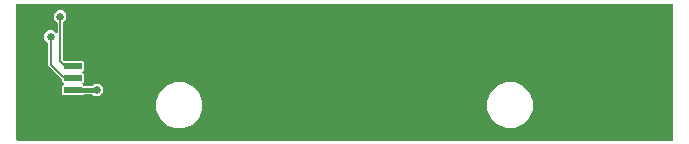
<source format=gbr>
G04 EAGLE Gerber RS-274X export*
G75*
%MOMM*%
%FSLAX34Y34*%
%LPD*%
%INBottom Copper*%
%IPPOS*%
%AMOC8*
5,1,8,0,0,1.08239X$1,22.5*%
G01*
%ADD10R,1.800000X1.200000*%
%ADD11R,1.550000X0.600000*%
%ADD12C,0.654800*%
%ADD13C,0.400000*%
%ADD14C,0.152400*%

G36*
X557258Y2004D02*
X557258Y2004D01*
X557277Y2002D01*
X557379Y2024D01*
X557481Y2040D01*
X557498Y2050D01*
X557518Y2054D01*
X557607Y2107D01*
X557698Y2156D01*
X557712Y2170D01*
X557729Y2180D01*
X557796Y2259D01*
X557868Y2334D01*
X557876Y2352D01*
X557889Y2367D01*
X557928Y2463D01*
X557971Y2557D01*
X557973Y2577D01*
X557981Y2595D01*
X557999Y2762D01*
X557999Y117238D01*
X557996Y117258D01*
X557998Y117277D01*
X557976Y117379D01*
X557960Y117481D01*
X557950Y117498D01*
X557946Y117518D01*
X557893Y117607D01*
X557844Y117698D01*
X557830Y117712D01*
X557820Y117729D01*
X557741Y117796D01*
X557666Y117868D01*
X557648Y117876D01*
X557633Y117889D01*
X557537Y117928D01*
X557443Y117971D01*
X557423Y117973D01*
X557405Y117981D01*
X557238Y117999D01*
X2762Y117999D01*
X2742Y117996D01*
X2723Y117998D01*
X2621Y117976D01*
X2519Y117960D01*
X2502Y117950D01*
X2482Y117946D01*
X2393Y117893D01*
X2302Y117844D01*
X2288Y117830D01*
X2271Y117820D01*
X2204Y117741D01*
X2132Y117666D01*
X2124Y117648D01*
X2111Y117633D01*
X2072Y117537D01*
X2029Y117443D01*
X2027Y117423D01*
X2019Y117405D01*
X2001Y117238D01*
X2001Y2762D01*
X2004Y2742D01*
X2002Y2723D01*
X2024Y2621D01*
X2040Y2519D01*
X2050Y2502D01*
X2054Y2482D01*
X2107Y2393D01*
X2156Y2302D01*
X2170Y2288D01*
X2180Y2271D01*
X2259Y2204D01*
X2334Y2132D01*
X2352Y2124D01*
X2367Y2111D01*
X2463Y2072D01*
X2557Y2029D01*
X2577Y2027D01*
X2595Y2019D01*
X2762Y2001D01*
X557238Y2001D01*
X557258Y2004D01*
G37*
%LPC*%
G36*
X136121Y12499D02*
X136121Y12499D01*
X128954Y15468D01*
X123468Y20954D01*
X120499Y28121D01*
X120499Y35879D01*
X123468Y43046D01*
X128954Y48532D01*
X136121Y51501D01*
X143879Y51501D01*
X151046Y48532D01*
X156532Y43046D01*
X159501Y35879D01*
X159501Y28121D01*
X156532Y20954D01*
X151046Y15468D01*
X143879Y12499D01*
X136121Y12499D01*
G37*
%LPD*%
%LPC*%
G36*
X67802Y39693D02*
X67802Y39693D01*
X65989Y41506D01*
X65915Y41559D01*
X65845Y41619D01*
X65815Y41631D01*
X65789Y41650D01*
X65702Y41677D01*
X65617Y41711D01*
X65576Y41715D01*
X65554Y41722D01*
X65522Y41721D01*
X65451Y41729D01*
X59592Y41729D01*
X59502Y41715D01*
X59411Y41707D01*
X59381Y41695D01*
X59349Y41690D01*
X59268Y41647D01*
X59184Y41611D01*
X59152Y41585D01*
X59132Y41574D01*
X59109Y41551D01*
X59053Y41506D01*
X58276Y40729D01*
X41724Y40729D01*
X40979Y41474D01*
X40979Y48526D01*
X41915Y49462D01*
X41926Y49478D01*
X41942Y49490D01*
X41998Y49578D01*
X42058Y49661D01*
X42064Y49680D01*
X42075Y49697D01*
X42100Y49798D01*
X42131Y49897D01*
X42130Y49916D01*
X42135Y49936D01*
X42127Y50039D01*
X42124Y50142D01*
X42117Y50161D01*
X42116Y50181D01*
X42075Y50276D01*
X42040Y50373D01*
X42027Y50389D01*
X42019Y50407D01*
X41915Y50538D01*
X40979Y51474D01*
X40979Y53207D01*
X40965Y53297D01*
X40957Y53388D01*
X40945Y53418D01*
X40940Y53450D01*
X40897Y53530D01*
X40861Y53614D01*
X40835Y53646D01*
X40824Y53667D01*
X40801Y53689D01*
X40756Y53745D01*
X28967Y65534D01*
X28967Y84213D01*
X28962Y84245D01*
X28963Y84255D01*
X28952Y84304D01*
X28945Y84394D01*
X28933Y84423D01*
X28928Y84455D01*
X28914Y84481D01*
X28911Y84496D01*
X28880Y84547D01*
X28849Y84620D01*
X28823Y84652D01*
X28812Y84673D01*
X28795Y84689D01*
X28785Y84707D01*
X28769Y84720D01*
X28744Y84751D01*
X25693Y87802D01*
X25693Y92198D01*
X28802Y95307D01*
X33198Y95307D01*
X35668Y92837D01*
X35726Y92795D01*
X35778Y92746D01*
X35825Y92724D01*
X35867Y92694D01*
X35936Y92672D01*
X36001Y92642D01*
X36053Y92637D01*
X36103Y92621D01*
X36174Y92623D01*
X36245Y92615D01*
X36296Y92626D01*
X36348Y92628D01*
X36416Y92652D01*
X36486Y92667D01*
X36531Y92694D01*
X36579Y92712D01*
X36635Y92757D01*
X36697Y92794D01*
X36731Y92833D01*
X36771Y92866D01*
X36810Y92926D01*
X36857Y92981D01*
X36876Y93029D01*
X36904Y93073D01*
X36922Y93142D01*
X36949Y93209D01*
X36957Y93280D01*
X36965Y93311D01*
X36963Y93334D01*
X36967Y93375D01*
X36967Y101213D01*
X36953Y101303D01*
X36945Y101394D01*
X36933Y101423D01*
X36928Y101455D01*
X36885Y101536D01*
X36849Y101620D01*
X36823Y101652D01*
X36812Y101673D01*
X36789Y101695D01*
X36744Y101751D01*
X33693Y104802D01*
X33693Y109198D01*
X36802Y112307D01*
X41198Y112307D01*
X44307Y109198D01*
X44307Y104802D01*
X41256Y101751D01*
X41203Y101677D01*
X41143Y101607D01*
X41131Y101577D01*
X41112Y101551D01*
X41085Y101464D01*
X41051Y101379D01*
X41047Y101338D01*
X41040Y101316D01*
X41041Y101284D01*
X41033Y101213D01*
X41033Y70534D01*
X41047Y70444D01*
X41055Y70353D01*
X41067Y70323D01*
X41072Y70291D01*
X41115Y70210D01*
X41151Y70126D01*
X41177Y70094D01*
X41188Y70074D01*
X41211Y70051D01*
X41228Y70030D01*
X41233Y70022D01*
X41237Y70018D01*
X41256Y69995D01*
X41757Y69494D01*
X41831Y69441D01*
X41901Y69381D01*
X41931Y69369D01*
X41957Y69350D01*
X42044Y69323D01*
X42129Y69289D01*
X42170Y69285D01*
X42192Y69278D01*
X42224Y69279D01*
X42296Y69271D01*
X58276Y69271D01*
X59021Y68526D01*
X59021Y61474D01*
X58085Y60538D01*
X58074Y60522D01*
X58058Y60510D01*
X58002Y60422D01*
X57942Y60339D01*
X57936Y60320D01*
X57925Y60303D01*
X57900Y60202D01*
X57869Y60103D01*
X57870Y60084D01*
X57865Y60064D01*
X57873Y59961D01*
X57876Y59858D01*
X57883Y59839D01*
X57884Y59819D01*
X57925Y59724D01*
X57960Y59627D01*
X57973Y59611D01*
X57981Y59593D01*
X58085Y59462D01*
X59021Y58526D01*
X59021Y51474D01*
X58085Y50538D01*
X58074Y50522D01*
X58058Y50510D01*
X58002Y50422D01*
X57942Y50339D01*
X57936Y50320D01*
X57925Y50303D01*
X57900Y50202D01*
X57869Y50103D01*
X57870Y50084D01*
X57865Y50064D01*
X57873Y49961D01*
X57876Y49858D01*
X57883Y49839D01*
X57884Y49819D01*
X57925Y49724D01*
X57960Y49627D01*
X57973Y49611D01*
X57981Y49593D01*
X58085Y49462D01*
X59053Y48494D01*
X59127Y48441D01*
X59197Y48381D01*
X59227Y48369D01*
X59253Y48350D01*
X59340Y48323D01*
X59425Y48289D01*
X59466Y48285D01*
X59488Y48278D01*
X59520Y48279D01*
X59592Y48271D01*
X65451Y48271D01*
X65541Y48285D01*
X65632Y48293D01*
X65661Y48305D01*
X65693Y48310D01*
X65774Y48353D01*
X65858Y48389D01*
X65890Y48415D01*
X65911Y48426D01*
X65933Y48449D01*
X65989Y48494D01*
X67802Y50307D01*
X72198Y50307D01*
X75307Y47198D01*
X75307Y42802D01*
X72198Y39693D01*
X67802Y39693D01*
G37*
%LPD*%
%LPC*%
G36*
X416171Y12749D02*
X416171Y12749D01*
X409095Y15680D01*
X403680Y21095D01*
X400749Y28171D01*
X400749Y35829D01*
X403680Y42905D01*
X409095Y48320D01*
X416171Y51251D01*
X423829Y51251D01*
X430905Y48320D01*
X436320Y42905D01*
X439251Y35829D01*
X439251Y28171D01*
X436320Y21095D01*
X430905Y15680D01*
X423829Y12749D01*
X416171Y12749D01*
G37*
%LPD*%
D10*
X11250Y88000D03*
X11250Y32000D03*
D11*
X50000Y45000D03*
X50000Y55000D03*
X50000Y65000D03*
X50000Y75000D03*
D12*
X70000Y45000D03*
D13*
X50000Y45000D01*
D12*
X38000Y35000D03*
X505000Y61000D03*
X440000Y61000D03*
X365000Y61000D03*
X295000Y61000D03*
X225000Y61000D03*
X160000Y61000D03*
X85000Y61000D03*
X16000Y61000D03*
X529000Y35000D03*
X459000Y36000D03*
X365000Y29000D03*
X319000Y36000D03*
X249000Y36000D03*
X179000Y35000D03*
X86000Y32000D03*
X31000Y90000D03*
D14*
X49032Y55968D02*
X50000Y55000D01*
X49032Y55968D02*
X41408Y55968D01*
X31000Y66376D01*
X31000Y90000D01*
D12*
X39000Y107000D03*
D14*
X49032Y65968D02*
X50000Y65000D01*
X49032Y65968D02*
X42408Y65968D01*
X39000Y69376D01*
X39000Y107000D01*
M02*

</source>
